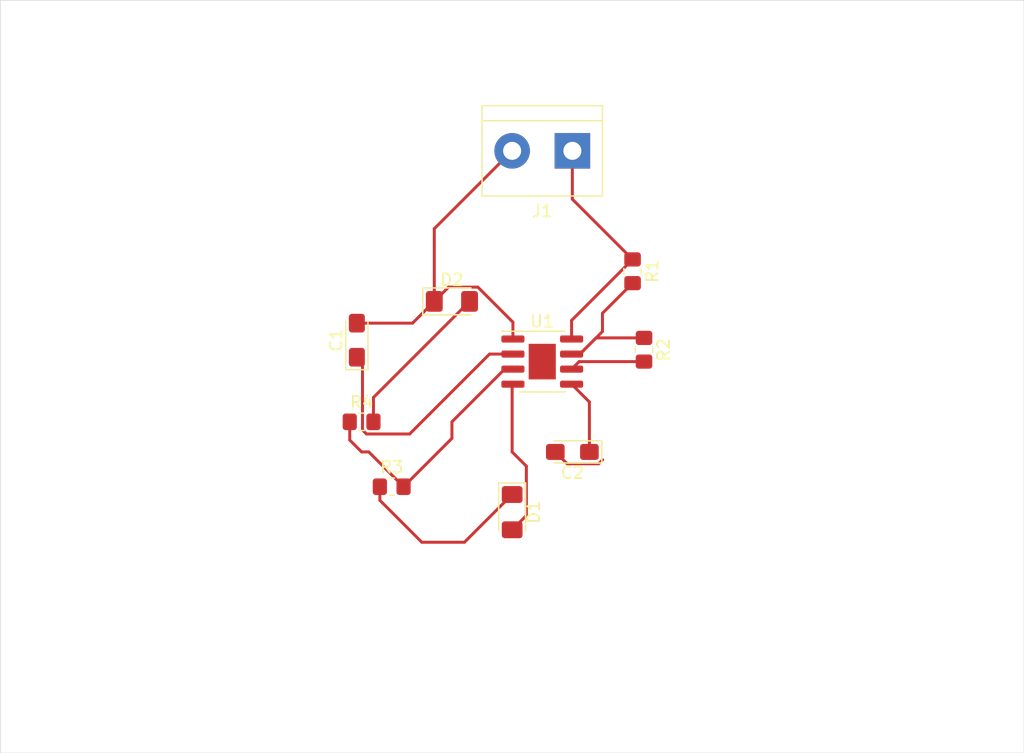
<source format=kicad_pcb>
(kicad_pcb (version 20211014) (generator pcbnew)
  (layers (0 "F.Cu" signal) (31 "B.Cu" signal) (34 "B.Paste" user) (35 "F.Paste" user) (36 "B.SilkS" user "B.Silkscreen") (37 "F.SilkS" user "F.Silkscreen") (38 "B.Mask" user) (39 "F.Mask" user) (44 "Edge.Cuts" user))
  (net 0 "")
  (net 1 "/pin_2")
  (net 2 "GND")
  (net 3 "Net-(C2-Pad1)")
  (net 4 "Net-(D1-Pad1)")
  (net 5 "+9V")
  (net 6 "Net-(D2-Pad2)")
  (net 7 "/pin_7")
  (net 8 "/pin_3")
  (footprint "Capacitor_Tantalum_SMD:CP_EIA-3216-18_Kemet-A_Pad1.58x1.35mm_HandSolder" (layer "F.Cu") (at 134.22 117.575 90)
    (fp_text reference "C1" (at 0 -1.75 90) (layer "F.SilkS"))
    (fp_text value "10 microF")
    (fp_line (start -2.485 0.935) (end 1.6 0.935) (layer "F.SilkS") (width 0.12))
    (fp_line (start 1.6 -0.935) (end -2.485 -0.935) (layer "F.SilkS") (width 0.12))
    (fp_line (start -2.485 -0.935) (end -2.485 0.935) (layer "F.SilkS") (width 0.12))
    (pad "1" smd roundrect (at -1.4375 0 90) (size 1.575 1.35) (layers "F.Cu" "F.Paste" "F.Mask") (roundrect_rratio 0.185185) (net 1 "/pin_2"))
    (pad "2" smd roundrect (at 1.4375 0 90) (size 1.575 1.35) (layers "F.Cu" "F.Paste" "F.Mask") (roundrect_rratio 0.185185) (net 2 "GND"))
  )
  (footprint "Resistor_SMD:R_0805_2012Metric_Pad1.20x1.40mm_HandSolder" (layer "F.Cu") (at 157.48 111.76 -90)
    (fp_text reference "R1" (at 0 -1.65 90) (layer "F.SilkS"))
    (fp_text value "1k")
    (fp_line (start -0.227064 0.735) (end 0.227064 0.735) (layer "F.SilkS") (width 0.12))
    (fp_line (start -0.227064 -0.735) (end 0.227064 -0.735) (layer "F.SilkS") (width 0.12))
    (pad "1" smd roundrect (at -1 0 270) (size 1.2 1.4) (layers "F.Cu" "F.Paste" "F.Mask") (roundrect_rratio 0.208333) (net 5 "+9V"))
    (pad "2" smd roundrect (at 1 0 270) (size 1.2 1.4) (layers "F.Cu" "F.Paste" "F.Mask") (roundrect_rratio 0.208333) (net 7 "/pin_7"))
  )
  (footprint "Resistor_SMD:R_0805_2012Metric_Pad1.20x1.40mm_HandSolder" (layer "F.Cu") (at 158.445 118.38 -90)
    (fp_text reference "R2" (at 0 -1.65 90) (layer "F.SilkS"))
    (fp_text value "10k")
    (fp_line (start -0.227064 -0.735) (end 0.227064 -0.735) (layer "F.SilkS") (width 0.12))
    (fp_line (start -0.227064 0.735) (end 0.227064 0.735) (layer "F.SilkS") (width 0.12))
    (pad "1" smd roundrect (at -1 0 270) (size 1.2 1.4) (layers "F.Cu" "F.Paste" "F.Mask") (roundrect_rratio 0.208333) (net 7 "/pin_7"))
    (pad "2" smd roundrect (at 1 0 270) (size 1.2 1.4) (layers "F.Cu" "F.Paste" "F.Mask") (roundrect_rratio 0.208333) (net 1 "/pin_2"))
  )
  (footprint "Package_SO:SOIC-8-1EP_3.9x4.9mm_P1.27mm_EP2.29x3mm" (layer "F.Cu") (at 149.86 119.38)
    (fp_text reference "U1" (at 0 -3.4) (layer "F.SilkS"))
    (fp_text value "NE555D")
    (fp_line (start 0 2.56) (end 1.95 2.56) (layer "F.SilkS") (width 0.12))
    (fp_line (start 0 2.56) (end -1.95 2.56) (layer "F.SilkS") (width 0.12))
    (fp_line (start 0 -2.56) (end 1.95 -2.56) (layer "F.SilkS") (width 0.12))
    (fp_line (start 0 -2.56) (end -3.45 -2.56) (layer "F.SilkS") (width 0.12))
    (pad "1" smd roundrect (at -2.475 -1.905) (size 1.95 0.6) (layers "F.Cu" "F.Paste" "F.Mask") (net 2 "GND"))
    (pad "2" smd roundrect (at -2.475 -0.635) (size 1.95 0.6) (layers "F.Cu" "F.Paste" "F.Mask") (net 1 "/pin_2"))
    (pad "3" smd roundrect (at -2.475 0.635) (size 1.95 0.6) (layers "F.Cu" "F.Paste" "F.Mask") (net 8 "/pin_3"))
    (pad "4" smd roundrect (at -2.475 1.905) (size 1.95 0.6) (layers "F.Cu" "F.Paste" "F.Mask") (net 5 "+9V"))
    (pad "5" smd roundrect (at 2.475 1.905) (size 1.95 0.6) (layers "F.Cu" "F.Paste" "F.Mask") (net 3 "Net-(C2-Pad1)"))
    (pad "6" smd roundrect (at 2.475 0.635) (size 1.95 0.6) (layers "F.Cu" "F.Paste" "F.Mask") (net 1 "/pin_2"))
    (pad "7" smd roundrect (at 2.475 -0.635) (size 1.95 0.6) (layers "F.Cu" "F.Paste" "F.Mask") (net 7 "/pin_7"))
    (pad "8" smd roundrect (at 2.475 -1.905) (size 1.95 0.6) (layers "F.Cu" "F.Paste" "F.Mask") (net 5 "+9V"))
    (pad "9" smd rect (at 0 0) (size 2.29 3) (layers "F.Cu" "F.Mask"))
  )
  (footprint "Resistor_SMD:R_0805_2012Metric_Pad1.20x1.40mm_HandSolder" (layer "F.Cu") (at 137.16 129.935)
    (fp_text reference "R3" (at 0 -1.65) (layer "F.SilkS"))
    (fp_text value "1k")
    (fp_line (start -0.227064 0.735) (end 0.227064 0.735) (layer "F.SilkS") (width 0.12))
    (fp_line (start -0.227064 -0.735) (end 0.227064 -0.735) (layer "F.SilkS") (width 0.12))
    (pad "1" smd roundrect (at -1 0) (size 1.2 1.4) (layers "F.Cu" "F.Paste" "F.Mask") (roundrect_rratio 0.208333) (net 4 "Net-(D1-Pad1)"))
    (pad "2" smd roundrect (at 1 0) (size 1.2 1.4) (layers "F.Cu" "F.Paste" "F.Mask") (roundrect_rratio 0.208333) (net 8 "/pin_3"))
  )
  (footprint "Capacitor_Tantalum_SMD:CP_EIA-3216-18_Kemet-A_Pad1.58x1.35mm_HandSolder" (layer "F.Cu") (at 152.4 127 180)
    (fp_text reference "C2" (at 0 -1.75) (layer "F.SilkS"))
    (fp_text value "0.01 microF")
    (fp_line (start -2.485 0.935) (end 1.6 0.935) (layer "F.SilkS") (width 0.12))
    (fp_line (start 1.6 -0.935) (end -2.485 -0.935) (layer "F.SilkS") (width 0.12))
    (fp_line (start -2.485 -0.935) (end -2.485 0.935) (layer "F.SilkS") (width 0.12))
    (pad "1" smd roundrect (at -1.4375 0 180) (size 1.575 1.35) (layers "F.Cu" "F.Paste" "F.Mask") (roundrect_rratio 0.185185) (net 3 "Net-(C2-Pad1)"))
    (pad "2" smd roundrect (at 1.4375 0 180) (size 1.575 1.35) (layers "F.Cu" "F.Paste" "F.Mask") (roundrect_rratio 0.185185) (net 2 "GND"))
  )
  (footprint "LED_SMD:LED_1206_3216Metric_Pad1.42x1.75mm_HandSolder" (layer "F.Cu") (at 147.32 132.08 -90)
    (fp_text reference "D1" (at 0 -1.82 90) (layer "F.SilkS"))
    (fp_text value "LED")
    (fp_line (start 1.6 -1.135) (end -2.46 -1.135) (layer "F.SilkS") (width 0.12))
    (fp_line (start -2.46 -1.135) (end -2.46 1.135) (layer "F.SilkS") (width 0.12))
    (fp_line (start -2.46 1.135) (end 1.6 1.135) (layer "F.SilkS") (width 0.12))
    (pad "1" smd roundrect (at -1.4875 0 270) (size 1.425 1.75) (layers "F.Cu" "F.Paste" "F.Mask") (roundrect_rratio 0.175439) (net 4 "Net-(D1-Pad1)"))
    (pad "2" smd roundrect (at 1.4875 0 270) (size 1.425 1.75) (layers "F.Cu" "F.Paste" "F.Mask") (roundrect_rratio 0.175439) (net 5 "+9V"))
  )
  (footprint "TerminalBlock:TerminalBlock_bornier-2_P5.08mm" (layer "F.Cu") (at 152.4 101.6 180)
    (fp_text reference "J1" (at 2.54 -5.08) (layer "F.SilkS"))
    (fp_text value "+9V")
    (fp_line (start -2.54 -3.81) (end -2.54 3.81) (layer "F.SilkS") (width 0.12))
    (fp_line (start 7.62 2.54) (end -2.54 2.54) (layer "F.SilkS") (width 0.12))
    (fp_line (start -2.54 3.81) (end 7.62 3.81) (layer "F.SilkS") (width 0.12))
    (fp_line (start 7.62 -3.81) (end -2.54 -3.81) (layer "F.SilkS") (width 0.12))
    (fp_line (start 7.62 3.81) (end 7.62 -3.81) (layer "F.SilkS") (width 0.12))
    (pad "1" thru_hole rect (at 0 0 180) (size 3 3) (drill 1.52) (layers *.Cu *.Mask) (net 5 "+9V"))
    (pad "2" thru_hole circle (at 5.08 0 180) (size 3 3) (drill 1.52) (layers *.Cu *.Mask) (net 2 "GND"))
  )
  (footprint "LED_SMD:LED_1206_3216Metric_Pad1.42x1.75mm_HandSolder" (layer "F.Cu") (at 142.24 114.3)
    (fp_text reference "D2" (at 0 -1.82) (layer "F.SilkS"))
    (fp_text value "LED")
    (fp_line (start 1.6 -1.135) (end -2.46 -1.135) (layer "F.SilkS") (width 0.12))
    (fp_line (start -2.46 1.135) (end 1.6 1.135) (layer "F.SilkS") (width 0.12))
    (fp_line (start -2.46 -1.135) (end -2.46 1.135) (layer "F.SilkS") (width 0.12))
    (pad "1" smd roundrect (at -1.4875 0) (size 1.425 1.75) (layers "F.Cu" "F.Paste" "F.Mask") (roundrect_rratio 0.175439) (net 2 "GND"))
    (pad "2" smd roundrect (at 1.4875 0) (size 1.425 1.75) (layers "F.Cu" "F.Paste" "F.Mask") (roundrect_rratio 0.175439) (net 6 "Net-(D2-Pad2)"))
  )
  (footprint "Resistor_SMD:R_0805_2012Metric_Pad1.20x1.40mm_HandSolder" (layer "F.Cu") (at 134.62 124.46)
    (fp_text reference "R4" (at 0 -1.65) (layer "F.SilkS"))
    (fp_text value "1k")
    (fp_line (start -0.227064 -0.735) (end 0.227064 -0.735) (layer "F.SilkS") (width 0.12))
    (fp_line (start -0.227064 0.735) (end 0.227064 0.735) (layer "F.SilkS") (width 0.12))
    (pad "1" smd roundrect (at -1 0) (size 1.2 1.4) (layers "F.Cu" "F.Paste" "F.Mask") (roundrect_rratio 0.208333) (net 8 "/pin_3"))
    (pad "2" smd roundrect (at 1 0) (size 1.2 1.4) (layers "F.Cu" "F.Paste" "F.Mask") (roundrect_rratio 0.208333) (net 6 "Net-(D2-Pad2)"))
  )
  (gr_rect (start 104.14 88.9) (end 190.5 152.4) (layer "Edge.Cuts") (width 0.05) (fill none))
  (segment (start 152.97 119.38) (end 152.335 120.015) (width 0.25) (layer "F.Cu") (net 1))
  (segment (start 135.031827 125.485) (end 138.675 125.485) (width 0.25) (layer "F.Cu") (net 1))
  (segment (start 134.695 125.148173) (end 135.031827 125.485) (width 0.25) (layer "F.Cu") (net 1))
  (segment (start 145.415 118.745) (end 147.385 118.745) (width 0.25) (layer "F.Cu") (net 1))
  (segment (start 134.22 119.0125) (end 134.695 119.4875) (width 0.25) (layer "F.Cu") (net 1))
  (segment (start 134.695 119.4875) (end 134.695 125.148173) (width 0.25) (layer "F.Cu") (net 1))
  (segment (start 138.675 125.485) (end 145.415 118.745) (width 0.25) (layer "F.Cu") (net 1))
  (segment (start 158.445 119.38) (end 152.97 119.38) (width 0.25) (layer "F.Cu") (net 1))
  (segment (start 140.7525 108.1675) (end 140.7525 114.3) (width 0.25) (layer "F.Cu") (net 2))
  (segment (start 147.32 101.6) (end 140.7525 108.1675) (width 0.25) (layer "F.Cu") (net 2))
  (segment (start 134.22 116.1375) (end 138.915 116.1375) (width 0.25) (layer "F.Cu") (net 2))
  (segment (start 144.428172 113.1) (end 141.9525 113.1) (width 0.25) (layer "F.Cu") (net 2))
  (segment (start 141.9525 113.1) (end 140.7525 114.3) (width 0.25) (layer "F.Cu") (net 2))
  (segment (start 147.385 116.056828) (end 144.428172 113.1) (width 0.25) (layer "F.Cu") (net 2))
  (segment (start 147.385 117.475) (end 147.385 116.056828) (width 0.25) (layer "F.Cu") (net 2))
  (segment (start 154.613173 128) (end 154.95 127.663173) (width 0.25) (layer "F.Cu") (net 2))
  (segment (start 138.915 116.1375) (end 140.7525 114.3) (width 0.25) (layer "F.Cu") (net 2))
  (segment (start 151.9625 128) (end 154.613173 128) (width 0.25) (layer "F.Cu") (net 2))
  (segment (start 150.9625 127) (end 151.9625 128) (width 0.25) (layer "F.Cu") (net 2))
  (segment (start 153.8375 127) (end 153.8375 122.7875) (width 0.25) (layer "F.Cu") (net 3))
  (segment (start 153.8375 122.7875) (end 152.335 121.285) (width 0.25) (layer "F.Cu") (net 3))
  (segment (start 153.035 121.285) (end 152.335 121.285) (width 0.25) (layer "F.Cu") (net 3))
  (segment (start 139.7 134.62) (end 143.2925 134.62) (width 0.25) (layer "F.Cu") (net 4))
  (segment (start 136.16 129.935) (end 136.16 131.08) (width 0.25) (layer "F.Cu") (net 4))
  (segment (start 136.16 131.08) (end 139.7 134.62) (width 0.25) (layer "F.Cu") (net 4))
  (segment (start 143.2925 134.62) (end 147.32 130.5925) (width 0.25) (layer "F.Cu") (net 4))
  (segment (start 152.4 105.68) (end 157.48 110.76) (width 0.25) (layer "F.Cu") (net 5))
  (segment (start 147.32 133.5675) (end 148.52 132.3675) (width 0.25) (layer "F.Cu") (net 5))
  (segment (start 152.335 117.475) (end 152.335 115.905) (width 0.25) (layer "F.Cu") (net 5))
  (segment (start 152.335 115.905) (end 157.48 110.76) (width 0.25) (layer "F.Cu") (net 5))
  (segment (start 152.4 101.6) (end 152.4 105.68) (width 0.25) (layer "F.Cu") (net 5))
  (segment (start 147.32 127) (end 147.32 121.35) (width 0.25) (layer "F.Cu") (net 5))
  (segment (start 148.52 128.2) (end 147.32 127) (width 0.25) (layer "F.Cu") (net 5))
  (segment (start 148.52 132.3675) (end 148.52 128.2) (width 0.25) (layer "F.Cu") (net 5))
  (segment (start 147.32 121.35) (end 147.385 121.285) (width 0.25) (layer "F.Cu") (net 5))
  (segment (start 135.62 122.4075) (end 135.62 124.46) (width 0.25) (layer "F.Cu") (net 6))
  (segment (start 143.7275 114.3) (end 135.62 122.4075) (width 0.25) (layer "F.Cu") (net 6))
  (segment (start 154.94 116.84) (end 153.035 118.745) (width 0.25) (layer "F.Cu") (net 7))
  (segment (start 154.94 115.3) (end 154.94 116.84) (width 0.25) (layer "F.Cu") (net 7))
  (segment (start 154.4 117.38) (end 153.035 118.745) (width 0.25) (layer "F.Cu") (net 7))
  (segment (start 153.035 118.745) (end 152.335 118.745) (width 0.25) (layer "F.Cu") (net 7))
  (segment (start 158.445 117.38) (end 154.4 117.38) (width 0.25) (layer "F.Cu") (net 7))
  (segment (start 157.48 112.76) (end 154.94 115.3) (width 0.25) (layer "F.Cu") (net 7))
  (segment (start 134.62 127) (end 135.225 127) (width 0.25) (layer "F.Cu") (net 8))
  (segment (start 142.24 125.855) (end 142.24 124.46) (width 0.25) (layer "F.Cu") (net 8))
  (segment (start 138.16 129.935) (end 142.24 125.855) (width 0.25) (layer "F.Cu") (net 8))
  (segment (start 133.62 126) (end 134.62 127) (width 0.25) (layer "F.Cu") (net 8))
  (segment (start 142.24 124.46) (end 146.685 120.015) (width 0.25) (layer "F.Cu") (net 8))
  (segment (start 133.62 124.46) (end 133.62 126) (width 0.25) (layer "F.Cu") (net 8))
  (segment (start 146.685 120.015) (end 147.385 120.015) (width 0.25) (layer "F.Cu") (net 8))
  (segment (start 135.225 127) (end 138.16 129.935) (width 0.25) (layer "F.Cu") (net 8))
)
</source>
